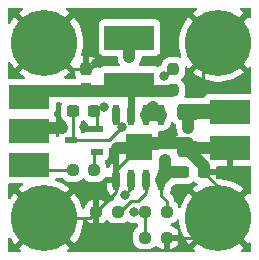
<source format=gbr>
%TF.GenerationSoftware,KiCad,Pcbnew,(6.0.6-0)*%
%TF.CreationDate,2022-09-05T22:58:31-07:00*%
%TF.ProjectId,5V converter,35562063-6f6e-4766-9572-7465722e6b69,rev?*%
%TF.SameCoordinates,Original*%
%TF.FileFunction,Copper,L1,Top*%
%TF.FilePolarity,Positive*%
%FSLAX46Y46*%
G04 Gerber Fmt 4.6, Leading zero omitted, Abs format (unit mm)*
G04 Created by KiCad (PCBNEW (6.0.6-0)) date 2022-09-05 22:58:31*
%MOMM*%
%LPD*%
G01*
G04 APERTURE LIST*
G04 Aperture macros list*
%AMRoundRect*
0 Rectangle with rounded corners*
0 $1 Rounding radius*
0 $2 $3 $4 $5 $6 $7 $8 $9 X,Y pos of 4 corners*
0 Add a 4 corners polygon primitive as box body*
4,1,4,$2,$3,$4,$5,$6,$7,$8,$9,$2,$3,0*
0 Add four circle primitives for the rounded corners*
1,1,$1+$1,$2,$3*
1,1,$1+$1,$4,$5*
1,1,$1+$1,$6,$7*
1,1,$1+$1,$8,$9*
0 Add four rect primitives between the rounded corners*
20,1,$1+$1,$2,$3,$4,$5,0*
20,1,$1+$1,$4,$5,$6,$7,0*
20,1,$1+$1,$6,$7,$8,$9,0*
20,1,$1+$1,$8,$9,$2,$3,0*%
G04 Aperture macros list end*
%TA.AperFunction,SMDPad,CuDef*%
%ADD10R,3.500000X2.000000*%
%TD*%
%TA.AperFunction,ComponentPad*%
%ADD11C,5.600000*%
%TD*%
%TA.AperFunction,SMDPad,CuDef*%
%ADD12O,0.600000X1.800000*%
%TD*%
%TA.AperFunction,SMDPad,CuDef*%
%ADD13R,2.289992X2.289992*%
%TD*%
%TA.AperFunction,SMDPad,CuDef*%
%ADD14R,1.037490X0.532004*%
%TD*%
%TA.AperFunction,SMDPad,CuDef*%
%ADD15RoundRect,0.237500X0.250000X0.237500X-0.250000X0.237500X-0.250000X-0.237500X0.250000X-0.237500X0*%
%TD*%
%TA.AperFunction,SMDPad,CuDef*%
%ADD16RoundRect,0.237500X-0.250000X-0.237500X0.250000X-0.237500X0.250000X0.237500X-0.250000X0.237500X0*%
%TD*%
%TA.AperFunction,SMDPad,CuDef*%
%ADD17RoundRect,0.237500X0.237500X-0.250000X0.237500X0.250000X-0.237500X0.250000X-0.237500X-0.250000X0*%
%TD*%
%TA.AperFunction,SMDPad,CuDef*%
%ADD18R,4.220015X2.124003*%
%TD*%
%TA.AperFunction,SMDPad,CuDef*%
%ADD19RoundRect,0.250000X-0.650000X0.412500X-0.650000X-0.412500X0.650000X-0.412500X0.650000X0.412500X0*%
%TD*%
%TA.AperFunction,SMDPad,CuDef*%
%ADD20RoundRect,0.237500X-0.300000X-0.237500X0.300000X-0.237500X0.300000X0.237500X-0.300000X0.237500X0*%
%TD*%
%TA.AperFunction,SMDPad,CuDef*%
%ADD21RoundRect,0.237500X0.237500X-0.300000X0.237500X0.300000X-0.237500X0.300000X-0.237500X-0.300000X0*%
%TD*%
%TA.AperFunction,ViaPad*%
%ADD22C,0.800000*%
%TD*%
%TA.AperFunction,Conductor*%
%ADD23C,1.000000*%
%TD*%
%TA.AperFunction,Conductor*%
%ADD24C,0.250000*%
%TD*%
%TA.AperFunction,Conductor*%
%ADD25C,1.300000*%
%TD*%
%TA.AperFunction,Conductor*%
%ADD26C,0.600000*%
%TD*%
G04 APERTURE END LIST*
D10*
%TO.P,P5,1*%
%TO.N,GND*%
X109067600Y-60096400D03*
%TD*%
%TO.P,P4,1*%
%TO.N,GND*%
X92049600Y-58648600D03*
%TD*%
%TO.P,P3,1*%
%TO.N,VBUS*%
X92049600Y-61544200D03*
%TD*%
%TO.P,P2,1*%
%TO.N,VOUT*%
X109067600Y-57023000D03*
%TD*%
%TO.P,P1,1*%
%TO.N,VIN*%
X92049600Y-55753000D03*
%TD*%
D11*
%TO.P,H4,1,1*%
%TO.N,GND*%
X108051600Y-51174850D03*
%TD*%
%TO.P,H3,1,1*%
%TO.N,GND*%
X108051600Y-66059250D03*
%TD*%
%TO.P,H2,1,1*%
%TO.N,GND*%
X93319600Y-66059250D03*
%TD*%
%TO.P,H1,1,1*%
%TO.N,GND*%
X93319600Y-51174850D03*
%TD*%
D12*
%TO.P,U2,1,LX*%
%TO.N,Net-(L1-Pad2)*%
X103228798Y-57282687D03*
%TO.P,U2,2,LX*%
X101958795Y-57282687D03*
%TO.P,U2,3,VIN*%
%TO.N,VIN*%
X100688793Y-57282687D03*
%TO.P,U2,4,EN*%
%TO.N,Net-(C2-Pad1)*%
X99418790Y-57282687D03*
%TO.P,U2,5,GND*%
%TO.N,GND*%
X99418790Y-62827519D03*
%TO.P,U2,6,FB*%
%TO.N,Net-(R4-Pad1)*%
X100688793Y-62827519D03*
%TO.P,U2,7,OC*%
%TO.N,Net-(R3-Pad1)*%
X101958795Y-62827519D03*
%TO.P,U2,8,VO*%
%TO.N,VOUT*%
X103228798Y-62827519D03*
D13*
%TO.P,U2,9,EP*%
%TO.N,GND*%
X101323794Y-60055103D03*
%TD*%
D14*
%TO.P,U1,1,B*%
%TO.N,Net-(R1-Pad2)*%
X97773746Y-60405212D03*
%TO.P,U1,2,E*%
%TO.N,GND*%
X97773746Y-58505288D03*
%TO.P,U1,3,C*%
%TO.N,Net-(C2-Pad1)*%
X95571054Y-59455250D03*
%TD*%
D15*
%TO.P,R5,2*%
%TO.N,Net-(R4-Pad1)*%
X101855900Y-67684850D03*
%TO.P,R5,1*%
%TO.N,GND*%
X103680900Y-67684850D03*
%TD*%
D16*
%TO.P,R4,2*%
%TO.N,VOUT*%
X103680900Y-65500450D03*
%TO.P,R4,1*%
%TO.N,Net-(R4-Pad1)*%
X101855900Y-65500450D03*
%TD*%
D15*
%TO.P,R3,2*%
%TO.N,GND*%
X97741100Y-65500450D03*
%TO.P,R3,1*%
%TO.N,Net-(R3-Pad1)*%
X99566100Y-65500450D03*
%TD*%
D17*
%TO.P,R2,1*%
%TO.N,VIN*%
X104241600Y-55218150D03*
%TO.P,R2,2*%
%TO.N,Net-(C2-Pad1)*%
X104241600Y-53393150D03*
%TD*%
D16*
%TO.P,R1,1*%
%TO.N,VBUS*%
X95722486Y-61970853D03*
%TO.P,R1,2*%
%TO.N,Net-(R1-Pad2)*%
X97547486Y-61970853D03*
%TD*%
D18*
%TO.P,L1,1,1*%
%TO.N,VIN*%
X100533200Y-54749650D03*
%TO.P,L1,2,2*%
%TO.N,Net-(L1-Pad2)*%
X100533200Y-50749650D03*
%TD*%
D19*
%TO.P,C4,1*%
%TO.N,VOUT*%
X105511600Y-57029150D03*
%TO.P,C4,2*%
%TO.N,GND*%
X105511600Y-60154150D03*
%TD*%
D20*
%TO.P,C3,1*%
%TO.N,VOUT*%
X105106300Y-62147650D03*
%TO.P,C3,2*%
%TO.N,GND*%
X106831300Y-62147650D03*
%TD*%
%TO.P,C2,1*%
%TO.N,Net-(C2-Pad1)*%
X95772486Y-56966050D03*
%TO.P,C2,2*%
%TO.N,GND*%
X97497486Y-56966050D03*
%TD*%
D21*
%TO.P,C1,1*%
%TO.N,VIN*%
X96875600Y-55117350D03*
%TO.P,C1,2*%
%TO.N,GND*%
X96875600Y-53392350D03*
%TD*%
D22*
%TO.N,GND*%
X106730800Y-54680050D03*
X98399600Y-56610450D03*
X97688400Y-52902050D03*
X99517200Y-60064850D03*
X94843600Y-58439250D03*
X96672400Y-58337650D03*
%TO.N,VOUT*%
X105511600Y-58388450D03*
X103530400Y-61080850D03*
%TO.N,Net-(R4-Pad1)*%
X100126800Y-64078050D03*
X100939600Y-65551250D03*
%TO.N,Net-(C2-Pad1)*%
X99905898Y-58325605D03*
X103428800Y-54019650D03*
%TO.N,Net-(L1-Pad2)*%
X102565200Y-56661250D03*
X100533200Y-52394050D03*
%TD*%
D23*
%TO.N,GND*%
X94843600Y-58439250D02*
X92659200Y-58439250D01*
D24*
%TO.N,Net-(C2-Pad1)*%
X95571054Y-59455250D02*
X95758000Y-59268304D01*
X95758000Y-59268304D02*
X95758000Y-56980536D01*
X95758000Y-56980536D02*
X95772486Y-56966050D01*
%TO.N,GND*%
X106730800Y-52495650D02*
X106730800Y-54680050D01*
X108051600Y-51174850D02*
X106730800Y-52495650D01*
X97198100Y-53392350D02*
X97688400Y-52902050D01*
X96875600Y-53392350D02*
X97198100Y-53392350D01*
X98399600Y-56610450D02*
X97853086Y-56610450D01*
X97853086Y-56610450D02*
X97497486Y-56966050D01*
D23*
X99517200Y-60064850D02*
X101314047Y-60064850D01*
X101314047Y-60064850D02*
X101323794Y-60055103D01*
X101323794Y-60055103D02*
X101720447Y-59658450D01*
X101720447Y-59658450D02*
X105460800Y-59658450D01*
D24*
X105460800Y-60103350D02*
X105511600Y-60154150D01*
X105460800Y-59658450D02*
X105460800Y-60103350D01*
X96840038Y-58505288D02*
X96672400Y-58337650D01*
X92659200Y-58439250D02*
X92456000Y-58642450D01*
X97773746Y-58505288D02*
X96840038Y-58505288D01*
X108051600Y-66059250D02*
X108051600Y-63367950D01*
X108051600Y-63367950D02*
X106831300Y-62147650D01*
X105511600Y-60154150D02*
X105600900Y-60064850D01*
D23*
X105600900Y-60064850D02*
X108864400Y-60064850D01*
D24*
X105511600Y-60154150D02*
X105511600Y-60268050D01*
D23*
X105511600Y-60268050D02*
X106831300Y-61587750D01*
X106831300Y-61587750D02*
X106831300Y-62147650D01*
%TO.N,VOUT*%
X103530400Y-61769383D02*
X103530400Y-61080850D01*
X103908667Y-62147650D02*
X103530400Y-61769383D01*
X105511600Y-58388450D02*
X105511600Y-57029150D01*
X105106300Y-62147650D02*
X103908667Y-62147650D01*
X103908667Y-62147650D02*
X103228798Y-62827519D01*
D24*
%TO.N,GND*%
X99418790Y-62827519D02*
X99418790Y-61960107D01*
X99418790Y-61960107D02*
X101323794Y-60055103D01*
X97741100Y-65500450D02*
X99418790Y-63822760D01*
X99418790Y-63822760D02*
X99418790Y-62827519D01*
X97741100Y-65500450D02*
X97182300Y-66059250D01*
X97182300Y-66059250D02*
X93319600Y-66059250D01*
X103680900Y-67684850D02*
X106426000Y-67684850D01*
X106426000Y-67684850D02*
X108051600Y-66059250D01*
%TO.N,VOUT*%
X103680900Y-65500450D02*
X103680900Y-64584150D01*
X103228798Y-64132048D02*
X103228798Y-62827519D01*
X103680900Y-64584150D02*
X103228798Y-64132048D01*
%TO.N,Net-(R3-Pad1)*%
X99566100Y-65500450D02*
X99771200Y-65500450D01*
X99771200Y-65500450D02*
X100685600Y-64586050D01*
X100685600Y-64586050D02*
X101295200Y-64586050D01*
X101295200Y-64586050D02*
X101958795Y-63922455D01*
X101958795Y-63922455D02*
X101958795Y-62827519D01*
%TO.N,Net-(R4-Pad1)*%
X100126800Y-64078050D02*
X100688793Y-63516057D01*
X100688793Y-63516057D02*
X100688793Y-62827519D01*
X100990400Y-65500450D02*
X100939600Y-65551250D01*
X101855900Y-65500450D02*
X100990400Y-65500450D01*
X101855900Y-65500450D02*
X101855900Y-67684850D01*
%TO.N,Net-(C2-Pad1)*%
X95571054Y-59455250D02*
X98776253Y-59455250D01*
X98776253Y-59455250D02*
X99905898Y-58325605D01*
%TO.N,GND*%
X97773746Y-58505288D02*
X97773746Y-57242310D01*
X97773746Y-57242310D02*
X97497486Y-56966050D01*
%TO.N,Net-(R1-Pad2)*%
X97547486Y-61970853D02*
X97547486Y-60631472D01*
X97547486Y-60631472D02*
X97773746Y-60405212D01*
%TO.N,VBUS*%
X95722486Y-61970853D02*
X92888803Y-61970853D01*
X92888803Y-61970853D02*
X92456000Y-61538050D01*
%TO.N,Net-(C2-Pad1)*%
X99905898Y-58325605D02*
X99418790Y-57838497D01*
X99418790Y-57838497D02*
X99418790Y-57282687D01*
X104241600Y-53393150D02*
X104055300Y-53393150D01*
X104055300Y-53393150D02*
X103428800Y-54019650D01*
D23*
%TO.N,Net-(L1-Pad2)*%
X100533200Y-52394050D02*
X100533200Y-50749650D01*
X101958795Y-57267655D02*
X102565200Y-56661250D01*
X101958795Y-57282687D02*
X101958795Y-57267655D01*
X101958795Y-57282687D02*
X103228798Y-57282687D01*
D24*
%TO.N,GND*%
X96875600Y-53392350D02*
X95537100Y-53392350D01*
X95537100Y-53392350D02*
X93319600Y-51174850D01*
%TO.N,VOUT*%
X105511600Y-57029150D02*
X105549300Y-56991450D01*
D25*
X105549300Y-56991450D02*
X108864400Y-56991450D01*
D23*
%TO.N,VIN*%
X104160700Y-55238850D02*
X101022400Y-55238850D01*
X101022400Y-55238850D02*
X100971600Y-55188050D01*
D24*
X104241600Y-55218150D02*
X104211500Y-55188050D01*
X100971600Y-55188050D02*
X100533200Y-54749650D01*
X96875600Y-55117350D02*
X96997100Y-55238850D01*
D23*
X96997100Y-55238850D02*
X100044000Y-55238850D01*
D24*
X100044000Y-55238850D02*
X100533200Y-54749650D01*
D23*
X96804900Y-55188050D02*
X96754100Y-55238850D01*
X96754100Y-55238850D02*
X93065600Y-55238850D01*
D24*
X96875600Y-55117350D02*
X96804900Y-55188050D01*
X93014800Y-55188050D02*
X92456000Y-55746850D01*
D26*
X100688793Y-57282687D02*
X100688793Y-54905243D01*
D24*
X100688793Y-54905243D02*
X100533200Y-54749650D01*
%TD*%
%TA.AperFunction,Conductor*%
%TO.N,GND*%
G36*
X104251680Y-57900573D02*
G01*
X104256629Y-57906441D01*
X104259270Y-57909773D01*
X104263122Y-57915998D01*
X104388297Y-58040955D01*
X104394525Y-58044794D01*
X104394530Y-58044798D01*
X104443217Y-58074809D01*
X104490710Y-58127581D01*
X104503100Y-58182068D01*
X104503100Y-58438219D01*
X104503400Y-58441275D01*
X104503400Y-58441282D01*
X104504130Y-58448723D01*
X104517520Y-58585283D01*
X104519302Y-58591184D01*
X104519302Y-58591186D01*
X104536805Y-58649158D01*
X104574684Y-58774619D01*
X104577576Y-58780058D01*
X104623813Y-58867018D01*
X104638132Y-58936555D01*
X104612584Y-59002796D01*
X104552440Y-59045694D01*
X104544817Y-59048237D01*
X104531638Y-59054411D01*
X104393793Y-59139713D01*
X104382392Y-59148749D01*
X104267861Y-59263479D01*
X104258849Y-59274890D01*
X104173784Y-59412893D01*
X104167637Y-59426074D01*
X104116462Y-59580360D01*
X104113595Y-59593736D01*
X104103928Y-59688088D01*
X104103600Y-59694504D01*
X104103601Y-60033534D01*
X104083599Y-60101654D01*
X104029944Y-60148147D01*
X103959670Y-60158252D01*
X103928777Y-60149690D01*
X103928519Y-60149582D01*
X103923101Y-60146652D01*
X103734168Y-60088168D01*
X103728043Y-60087524D01*
X103728042Y-60087524D01*
X103543604Y-60068139D01*
X103543602Y-60068139D01*
X103537475Y-60067495D01*
X103454976Y-60075003D01*
X103346651Y-60084861D01*
X103346648Y-60084862D01*
X103340512Y-60085420D01*
X103334606Y-60087158D01*
X103334602Y-60087159D01*
X103261235Y-60108752D01*
X103150781Y-60141260D01*
X103145323Y-60144113D01*
X103145319Y-60144115D01*
X103049535Y-60194190D01*
X102975510Y-60232890D01*
X102970712Y-60236748D01*
X102970710Y-60236749D01*
X102915300Y-60281300D01*
X102849678Y-60308396D01*
X102836348Y-60309103D01*
X99688914Y-60309103D01*
X99673675Y-60313578D01*
X99672470Y-60314968D01*
X99670799Y-60322651D01*
X99670799Y-61244768D01*
X99671169Y-61251589D01*
X99676693Y-61302451D01*
X99680319Y-61317703D01*
X99690956Y-61346077D01*
X99696139Y-61416885D01*
X99684451Y-61449035D01*
X99672790Y-61471170D01*
X99672790Y-62955519D01*
X99652788Y-63023640D01*
X99599132Y-63070133D01*
X99546790Y-63081519D01*
X98628905Y-63081519D01*
X98613666Y-63085994D01*
X98612461Y-63087384D01*
X98610790Y-63095067D01*
X98610790Y-63469579D01*
X98611183Y-63476603D01*
X98625098Y-63600664D01*
X98628200Y-63614317D01*
X98683180Y-63772197D01*
X98689232Y-63784830D01*
X98777826Y-63926607D01*
X98786523Y-63937581D01*
X98904327Y-64056211D01*
X98915236Y-64064982D01*
X99056402Y-64154569D01*
X99068979Y-64160702D01*
X99156928Y-64192020D01*
X99214392Y-64233715D01*
X99234494Y-64271782D01*
X99264620Y-64364500D01*
X99266648Y-64435464D01*
X99229986Y-64496262D01*
X99171386Y-64526594D01*
X99169356Y-64527032D01*
X99162507Y-64527743D01*
X99155977Y-64529922D01*
X99155975Y-64529922D01*
X99038380Y-64569155D01*
X98997493Y-64582796D01*
X98849569Y-64674334D01*
X98742499Y-64781591D01*
X98680218Y-64815670D01*
X98609398Y-64810667D01*
X98564309Y-64781746D01*
X98461471Y-64679087D01*
X98450060Y-64670075D01*
X98314537Y-64586538D01*
X98301359Y-64580394D01*
X98149834Y-64530135D01*
X98136468Y-64527269D01*
X98043830Y-64517778D01*
X98037415Y-64517450D01*
X98013215Y-64517450D01*
X97997976Y-64521925D01*
X97996771Y-64523315D01*
X97995100Y-64530998D01*
X97995100Y-66465335D01*
X97999575Y-66480574D01*
X98000965Y-66481779D01*
X98008648Y-66483450D01*
X98037366Y-66483450D01*
X98043882Y-66483113D01*
X98137732Y-66473375D01*
X98151128Y-66470482D01*
X98302553Y-66419962D01*
X98315715Y-66413797D01*
X98451092Y-66330024D01*
X98462490Y-66320990D01*
X98563993Y-66219310D01*
X98626276Y-66185231D01*
X98697096Y-66190234D01*
X98742183Y-66219154D01*
X98850597Y-66327379D01*
X98856827Y-66331219D01*
X98856828Y-66331220D01*
X98874914Y-66342368D01*
X98998680Y-66418659D01*
X99163791Y-66473424D01*
X99170627Y-66474124D01*
X99170630Y-66474125D01*
X99217970Y-66478975D01*
X99266528Y-66483950D01*
X99865672Y-66483950D01*
X99868918Y-66483613D01*
X99868922Y-66483613D01*
X99962835Y-66473869D01*
X99962839Y-66473868D01*
X99969693Y-66473157D01*
X99976229Y-66470976D01*
X99976231Y-66470976D01*
X100124780Y-66421416D01*
X100134707Y-66418104D01*
X100166766Y-66398265D01*
X100276404Y-66330420D01*
X100276408Y-66330417D01*
X100282631Y-66326566D01*
X100287803Y-66321384D01*
X100292322Y-66317803D01*
X100358132Y-66291166D01*
X100427896Y-66304337D01*
X100444640Y-66314608D01*
X100482848Y-66342368D01*
X100488876Y-66345052D01*
X100488878Y-66345053D01*
X100643281Y-66413797D01*
X100657312Y-66420044D01*
X100750712Y-66439897D01*
X100837656Y-66458378D01*
X100837661Y-66458378D01*
X100844113Y-66459750D01*
X101035087Y-66459750D01*
X101046890Y-66457241D01*
X101070204Y-66452286D01*
X101140994Y-66457688D01*
X101197627Y-66500505D01*
X101222120Y-66567143D01*
X101222400Y-66575533D01*
X101222400Y-66737151D01*
X101202398Y-66805272D01*
X101162702Y-66844295D01*
X101139369Y-66858734D01*
X101134196Y-66863916D01*
X101021642Y-66976666D01*
X101021638Y-66976671D01*
X101016471Y-66981847D01*
X100925191Y-67129930D01*
X100870426Y-67295041D01*
X100859900Y-67397778D01*
X100859900Y-67971922D01*
X100860237Y-67975168D01*
X100860237Y-67975172D01*
X100869840Y-68067718D01*
X100870693Y-68075943D01*
X100872874Y-68082479D01*
X100872874Y-68082481D01*
X100892474Y-68141230D01*
X100925746Y-68240957D01*
X101017284Y-68388881D01*
X101022466Y-68394054D01*
X101135216Y-68506608D01*
X101135221Y-68506612D01*
X101140397Y-68511779D01*
X101146627Y-68515619D01*
X101146628Y-68515620D01*
X101282056Y-68599099D01*
X101288480Y-68603059D01*
X101453591Y-68657824D01*
X101460427Y-68658524D01*
X101460430Y-68658525D01*
X101507770Y-68663375D01*
X101556328Y-68668350D01*
X102155472Y-68668350D01*
X102158718Y-68668013D01*
X102158722Y-68668013D01*
X102252635Y-68658269D01*
X102252639Y-68658268D01*
X102259493Y-68657557D01*
X102266029Y-68655376D01*
X102266031Y-68655376D01*
X102398795Y-68611082D01*
X102424507Y-68602504D01*
X102572431Y-68510966D01*
X102679501Y-68403709D01*
X102741782Y-68369630D01*
X102812602Y-68374633D01*
X102857691Y-68403554D01*
X102960529Y-68506213D01*
X102971940Y-68515225D01*
X103107463Y-68598762D01*
X103120641Y-68604906D01*
X103272166Y-68655165D01*
X103285532Y-68658031D01*
X103378170Y-68667522D01*
X103384585Y-68667850D01*
X103408785Y-68667850D01*
X103424024Y-68663375D01*
X103425229Y-68661985D01*
X103426900Y-68654302D01*
X103426900Y-68649735D01*
X103934900Y-68649735D01*
X103939375Y-68664974D01*
X103940765Y-68666179D01*
X103948448Y-68667850D01*
X103977166Y-68667850D01*
X103983682Y-68667513D01*
X104077532Y-68657775D01*
X104090928Y-68654882D01*
X104242353Y-68604362D01*
X104255515Y-68598197D01*
X104390892Y-68514424D01*
X104402290Y-68505390D01*
X104514763Y-68392721D01*
X104523775Y-68381310D01*
X104607312Y-68245787D01*
X104613456Y-68232609D01*
X104663715Y-68081084D01*
X104666581Y-68067718D01*
X104676072Y-67975080D01*
X104676400Y-67968665D01*
X104676400Y-67956965D01*
X104671925Y-67941726D01*
X104670535Y-67940521D01*
X104662852Y-67938850D01*
X103953015Y-67938850D01*
X103937776Y-67943325D01*
X103936571Y-67944715D01*
X103934900Y-67952398D01*
X103934900Y-68649735D01*
X103426900Y-68649735D01*
X103426900Y-67556850D01*
X103446902Y-67488729D01*
X103500558Y-67442236D01*
X103552900Y-67430850D01*
X104658285Y-67430850D01*
X104673524Y-67426375D01*
X104674729Y-67424985D01*
X104676400Y-67417302D01*
X104676400Y-67401084D01*
X104676063Y-67394568D01*
X104666325Y-67300718D01*
X104663432Y-67287322D01*
X104612912Y-67135897D01*
X104606747Y-67122735D01*
X104522974Y-66987358D01*
X104513940Y-66975960D01*
X104401271Y-66863487D01*
X104389860Y-66854475D01*
X104254337Y-66770938D01*
X104241162Y-66764795D01*
X104083560Y-66712520D01*
X104025201Y-66672089D01*
X103997964Y-66606525D01*
X104010498Y-66536643D01*
X104058822Y-66484631D01*
X104084902Y-66474383D01*
X104084493Y-66473157D01*
X104159451Y-66448149D01*
X104249507Y-66418104D01*
X104397431Y-66326566D01*
X104520329Y-66203453D01*
X104524170Y-66197221D01*
X104525183Y-66195939D01*
X104583100Y-66154876D01*
X104654023Y-66151644D01*
X104715435Y-66187269D01*
X104747837Y-66250440D01*
X104749904Y-66267656D01*
X104756717Y-66402143D01*
X104757427Y-66408899D01*
X104813020Y-66755973D01*
X104814459Y-66762628D01*
X104907208Y-67101660D01*
X104909357Y-67108121D01*
X105038181Y-67435162D01*
X105041012Y-67441345D01*
X105204403Y-67752560D01*
X105207886Y-67758402D01*
X105403930Y-68050146D01*
X105408033Y-68055590D01*
X105528025Y-68198086D01*
X105540764Y-68206529D01*
X105551208Y-68200431D01*
X107679580Y-66072060D01*
X107687192Y-66058119D01*
X107687061Y-66056284D01*
X107682810Y-66049670D01*
X105552592Y-63919453D01*
X105539055Y-63912061D01*
X105529353Y-63918849D01*
X105422030Y-64044507D01*
X105417896Y-64049914D01*
X105219815Y-64340291D01*
X105216297Y-64346101D01*
X105050734Y-64656172D01*
X105047859Y-64662337D01*
X104916755Y-64988468D01*
X104914562Y-64994908D01*
X104894494Y-65066302D01*
X104856804Y-65126469D01*
X104792569Y-65156708D01*
X104722183Y-65147418D01*
X104667993Y-65101549D01*
X104653671Y-65072082D01*
X104613372Y-64951291D01*
X104611054Y-64944343D01*
X104519516Y-64796419D01*
X104396403Y-64673521D01*
X104374283Y-64659886D01*
X104326791Y-64607115D01*
X104314400Y-64552627D01*
X104314400Y-64544294D01*
X104313896Y-64540303D01*
X104312963Y-64528461D01*
X104312941Y-64527743D01*
X104311574Y-64484261D01*
X104309362Y-64476647D01*
X104309361Y-64476642D01*
X104305923Y-64464809D01*
X104301912Y-64445445D01*
X104300367Y-64433214D01*
X104299374Y-64425353D01*
X104296457Y-64417986D01*
X104296456Y-64417981D01*
X104283098Y-64384242D01*
X104279254Y-64373015D01*
X104269130Y-64338172D01*
X104266918Y-64330557D01*
X104256607Y-64313122D01*
X104247912Y-64295374D01*
X104240452Y-64276533D01*
X104214464Y-64240763D01*
X104207948Y-64230843D01*
X104189480Y-64199615D01*
X104189478Y-64199612D01*
X104185442Y-64192788D01*
X104171121Y-64178467D01*
X104158280Y-64163433D01*
X104151032Y-64153457D01*
X104146372Y-64147043D01*
X104112301Y-64118857D01*
X104103522Y-64110868D01*
X103960626Y-63967972D01*
X103926600Y-63905660D01*
X103931665Y-63834845D01*
X103943809Y-63810623D01*
X103953745Y-63795205D01*
X103957563Y-63789281D01*
X104019601Y-63618834D01*
X104020484Y-63611845D01*
X104036735Y-63483209D01*
X104065117Y-63418133D01*
X104072645Y-63409907D01*
X104289496Y-63193055D01*
X104351808Y-63159030D01*
X104378592Y-63156150D01*
X105156069Y-63156150D01*
X105159125Y-63155850D01*
X105159132Y-63155850D01*
X105217640Y-63150113D01*
X105303133Y-63141730D01*
X105309032Y-63139949D01*
X105309037Y-63139948D01*
X105320363Y-63136528D01*
X105356781Y-63131150D01*
X105455872Y-63131150D01*
X105459118Y-63130813D01*
X105459122Y-63130813D01*
X105553035Y-63121069D01*
X105553039Y-63121068D01*
X105559893Y-63120357D01*
X105566429Y-63118176D01*
X105566431Y-63118176D01*
X105717959Y-63067622D01*
X105724907Y-63065304D01*
X105872831Y-62973766D01*
X105880074Y-62966511D01*
X105881838Y-62965545D01*
X105883741Y-62964037D01*
X105883999Y-62964363D01*
X105942354Y-62932431D01*
X106013175Y-62937432D01*
X106058270Y-62966358D01*
X106060931Y-62969014D01*
X106072340Y-62978025D01*
X106207860Y-63061560D01*
X106223618Y-63068908D01*
X106276903Y-63115825D01*
X106296364Y-63184102D01*
X106275822Y-63252062D01*
X106235074Y-63291219D01*
X106202001Y-63311013D01*
X106196355Y-63314821D01*
X105916008Y-63526846D01*
X105910811Y-63531237D01*
X105909572Y-63532405D01*
X105901550Y-63546112D01*
X105901586Y-63546954D01*
X105906637Y-63555076D01*
X108038790Y-65687230D01*
X108052731Y-65694842D01*
X108054566Y-65694711D01*
X108061180Y-65690460D01*
X110194398Y-63557241D01*
X110202012Y-63543297D01*
X110201944Y-63542339D01*
X110197436Y-63535522D01*
X110196018Y-63534315D01*
X109916413Y-63321314D01*
X109910787Y-63317490D01*
X109609814Y-63135931D01*
X109603802Y-63132734D01*
X109284970Y-62984737D01*
X109278670Y-62982217D01*
X108945729Y-62869523D01*
X108939151Y-62867687D01*
X108596017Y-62791617D01*
X108589278Y-62790501D01*
X108239910Y-62751930D01*
X108233129Y-62751551D01*
X107969710Y-62751091D01*
X107901624Y-62730970D01*
X107855225Y-62677233D01*
X107845244Y-62606942D01*
X107850337Y-62585424D01*
X107864115Y-62543885D01*
X107866981Y-62530518D01*
X107876472Y-62437880D01*
X107876800Y-62431465D01*
X107876800Y-62419765D01*
X107872325Y-62404526D01*
X107870935Y-62403321D01*
X107863252Y-62401650D01*
X106703300Y-62401650D01*
X106635179Y-62381648D01*
X106588686Y-62327992D01*
X106577300Y-62275650D01*
X106577300Y-62019650D01*
X106597302Y-61951529D01*
X106650958Y-61905036D01*
X106703300Y-61893650D01*
X107858685Y-61893650D01*
X107873924Y-61889175D01*
X107875129Y-61887785D01*
X107876800Y-61880102D01*
X107876800Y-61863884D01*
X107876463Y-61857368D01*
X107866724Y-61763517D01*
X107865317Y-61757000D01*
X107870487Y-61686192D01*
X107913118Y-61629419D01*
X107979675Y-61604708D01*
X107988477Y-61604400D01*
X108795485Y-61604400D01*
X108810724Y-61599925D01*
X108811929Y-61598535D01*
X108813600Y-61590852D01*
X108813600Y-60368515D01*
X108809125Y-60353276D01*
X108807735Y-60352071D01*
X108800052Y-60350400D01*
X106977715Y-60350400D01*
X106962476Y-60354875D01*
X106953994Y-60364663D01*
X106894268Y-60403046D01*
X106858770Y-60408150D01*
X105383600Y-60408150D01*
X105315479Y-60388148D01*
X105268986Y-60334492D01*
X105257600Y-60282150D01*
X105257600Y-60026150D01*
X105277602Y-59958029D01*
X105331258Y-59911536D01*
X105383600Y-59900150D01*
X106751485Y-59900150D01*
X106766724Y-59895675D01*
X106775206Y-59885887D01*
X106834932Y-59847504D01*
X106870430Y-59842400D01*
X109195600Y-59842400D01*
X109263721Y-59862402D01*
X109310214Y-59916058D01*
X109321600Y-59968400D01*
X109321600Y-61586285D01*
X109326075Y-61601524D01*
X109327465Y-61602729D01*
X109335148Y-61604400D01*
X110719100Y-61604399D01*
X110787221Y-61624401D01*
X110833714Y-61678057D01*
X110845100Y-61730399D01*
X110845100Y-63895343D01*
X110825098Y-63963464D01*
X110771442Y-64009957D01*
X110701168Y-64020061D01*
X110636588Y-63990567D01*
X110623004Y-63976839D01*
X110575164Y-63920429D01*
X110562340Y-63911993D01*
X110552016Y-63918045D01*
X108423620Y-66046440D01*
X108416008Y-66060381D01*
X108416139Y-66062216D01*
X108420390Y-66068830D01*
X110550609Y-68199048D01*
X110564205Y-68206473D01*
X110573816Y-68199773D01*
X110623575Y-68141924D01*
X110683161Y-68103323D01*
X110754157Y-68103064D01*
X110814023Y-68141230D01*
X110843751Y-68205703D01*
X110845100Y-68224089D01*
X110845100Y-68809100D01*
X110825098Y-68877221D01*
X110771442Y-68923714D01*
X110719100Y-68935100D01*
X110108489Y-68935100D01*
X110040368Y-68915098D01*
X109993875Y-68861442D01*
X109983771Y-68791168D01*
X110013265Y-68726588D01*
X110032836Y-68708340D01*
X110178333Y-68599099D01*
X110183558Y-68594714D01*
X110193213Y-68585678D01*
X110201282Y-68572000D01*
X110201254Y-68571274D01*
X110196112Y-68562973D01*
X108064410Y-66431270D01*
X108050469Y-66423658D01*
X108048634Y-66423789D01*
X108042020Y-66428040D01*
X105908374Y-68561687D01*
X105900760Y-68575631D01*
X105900837Y-68576720D01*
X105903298Y-68580457D01*
X106070998Y-68709138D01*
X106112865Y-68766476D01*
X106117087Y-68837347D01*
X106082323Y-68899250D01*
X106019610Y-68932531D01*
X105994294Y-68935100D01*
X95376489Y-68935100D01*
X95308368Y-68915098D01*
X95261875Y-68861442D01*
X95251771Y-68791168D01*
X95281265Y-68726588D01*
X95300836Y-68708340D01*
X95446333Y-68599099D01*
X95451558Y-68594714D01*
X95461213Y-68585678D01*
X95469282Y-68572000D01*
X95469254Y-68571274D01*
X95464112Y-68562973D01*
X93332410Y-66431270D01*
X93318469Y-66423658D01*
X93316634Y-66423789D01*
X93310020Y-66428040D01*
X91176374Y-68561687D01*
X91168760Y-68575631D01*
X91168837Y-68576720D01*
X91171298Y-68580457D01*
X91338998Y-68709138D01*
X91380865Y-68766476D01*
X91385087Y-68837347D01*
X91350323Y-68899250D01*
X91287610Y-68932531D01*
X91262294Y-68935100D01*
X90347300Y-68935100D01*
X90279179Y-68915098D01*
X90232686Y-68861442D01*
X90221300Y-68809100D01*
X90221300Y-67785333D01*
X90241302Y-67717212D01*
X90294958Y-67670719D01*
X90365232Y-67660615D01*
X90429812Y-67690109D01*
X90458860Y-67726763D01*
X90472404Y-67752560D01*
X90475886Y-67758402D01*
X90671930Y-68050146D01*
X90676033Y-68055590D01*
X90796025Y-68198086D01*
X90808764Y-68206529D01*
X90819208Y-68200431D01*
X92947580Y-66072060D01*
X92953957Y-66060381D01*
X93684008Y-66060381D01*
X93684139Y-66062216D01*
X93688390Y-66068830D01*
X95818609Y-68199048D01*
X95832205Y-68206473D01*
X95841818Y-68199772D01*
X95942118Y-68083162D01*
X95946276Y-68077764D01*
X96145362Y-67788090D01*
X96148910Y-67782279D01*
X96315542Y-67472809D01*
X96318449Y-67466631D01*
X96450690Y-67140963D01*
X96452904Y-67134533D01*
X96549198Y-66796487D01*
X96550705Y-66789857D01*
X96609932Y-66443368D01*
X96610712Y-66436628D01*
X96625718Y-66191269D01*
X96649841Y-66124496D01*
X96706235Y-66081366D01*
X96776995Y-66075571D01*
X96839655Y-66108951D01*
X96858627Y-66132658D01*
X96899025Y-66197940D01*
X96908060Y-66209340D01*
X97020729Y-66321813D01*
X97032140Y-66330825D01*
X97167663Y-66414362D01*
X97180841Y-66420506D01*
X97332366Y-66470765D01*
X97345732Y-66473631D01*
X97438370Y-66483122D01*
X97444785Y-66483450D01*
X97468985Y-66483450D01*
X97484224Y-66478975D01*
X97485429Y-66477585D01*
X97487100Y-66469902D01*
X97487100Y-64535565D01*
X97482625Y-64520326D01*
X97481235Y-64519121D01*
X97473552Y-64517450D01*
X97444834Y-64517450D01*
X97438318Y-64517787D01*
X97344468Y-64527525D01*
X97331072Y-64530418D01*
X97179647Y-64580938D01*
X97166485Y-64587103D01*
X97031108Y-64670876D01*
X97019710Y-64679910D01*
X96907237Y-64792579D01*
X96898225Y-64803990D01*
X96814688Y-64939513D01*
X96808544Y-64952691D01*
X96758285Y-65104216D01*
X96755419Y-65117583D01*
X96752299Y-65148037D01*
X96725458Y-65213764D01*
X96667343Y-65254547D01*
X96596406Y-65257435D01*
X96535167Y-65221514D01*
X96505538Y-65168867D01*
X96460336Y-65005877D01*
X96458162Y-64999413D01*
X96328198Y-64672828D01*
X96325342Y-64666648D01*
X96160869Y-64356013D01*
X96157369Y-64350187D01*
X95960297Y-64059112D01*
X95956190Y-64053703D01*
X95843165Y-63920429D01*
X95830340Y-63911993D01*
X95820016Y-63918045D01*
X93691620Y-66046440D01*
X93684008Y-66060381D01*
X92953957Y-66060381D01*
X92955192Y-66058119D01*
X92955061Y-66056284D01*
X92950810Y-66049670D01*
X90820592Y-63919453D01*
X90807055Y-63912061D01*
X90797353Y-63918849D01*
X90690030Y-64044507D01*
X90685896Y-64049914D01*
X90487815Y-64340291D01*
X90484297Y-64346101D01*
X90458448Y-64394511D01*
X90408718Y-64445181D01*
X90339488Y-64460921D01*
X90272738Y-64436734D01*
X90229662Y-64380299D01*
X90221300Y-64335163D01*
X90221300Y-63178700D01*
X90241302Y-63110579D01*
X90294958Y-63064086D01*
X90347300Y-63052700D01*
X91445725Y-63052700D01*
X91513846Y-63072702D01*
X91560339Y-63126358D01*
X91570443Y-63196632D01*
X91540949Y-63261212D01*
X91510431Y-63286816D01*
X91470001Y-63311013D01*
X91464355Y-63314821D01*
X91184008Y-63526846D01*
X91178811Y-63531237D01*
X91177572Y-63532405D01*
X91169550Y-63546112D01*
X91169586Y-63546954D01*
X91174637Y-63555076D01*
X93306790Y-65687230D01*
X93320731Y-65694842D01*
X93322566Y-65694711D01*
X93329180Y-65690460D01*
X95462398Y-63557241D01*
X95470012Y-63543297D01*
X95469944Y-63542339D01*
X95465436Y-63535522D01*
X95464018Y-63534315D01*
X95184413Y-63321314D01*
X95178787Y-63317490D01*
X94877814Y-63135931D01*
X94871802Y-63132734D01*
X94552970Y-62984737D01*
X94546653Y-62982211D01*
X94343219Y-62913352D01*
X94285107Y-62872566D01*
X94258271Y-62806837D01*
X94265634Y-62749774D01*
X94272684Y-62730970D01*
X94289496Y-62686123D01*
X94332138Y-62629359D01*
X94398700Y-62604659D01*
X94407478Y-62604353D01*
X94770022Y-62604353D01*
X94838143Y-62624355D01*
X94877165Y-62664049D01*
X94883870Y-62674884D01*
X94889052Y-62680057D01*
X95001802Y-62792611D01*
X95001807Y-62792615D01*
X95006983Y-62797782D01*
X95013213Y-62801622D01*
X95013214Y-62801623D01*
X95128305Y-62872566D01*
X95155066Y-62889062D01*
X95320177Y-62943827D01*
X95327013Y-62944527D01*
X95327016Y-62944528D01*
X95378512Y-62949804D01*
X95422914Y-62954353D01*
X96022058Y-62954353D01*
X96025304Y-62954016D01*
X96025308Y-62954016D01*
X96119221Y-62944272D01*
X96119225Y-62944271D01*
X96126079Y-62943560D01*
X96132615Y-62941379D01*
X96132617Y-62941379D01*
X96265381Y-62897085D01*
X96291093Y-62888507D01*
X96439017Y-62796969D01*
X96445474Y-62790501D01*
X96545733Y-62690067D01*
X96608016Y-62655988D01*
X96678836Y-62660991D01*
X96723923Y-62689912D01*
X96826798Y-62792607D01*
X96826803Y-62792611D01*
X96831983Y-62797782D01*
X96838213Y-62801622D01*
X96838214Y-62801623D01*
X96953305Y-62872566D01*
X96980066Y-62889062D01*
X97145177Y-62943827D01*
X97152013Y-62944527D01*
X97152016Y-62944528D01*
X97203512Y-62949804D01*
X97247914Y-62954353D01*
X97847058Y-62954353D01*
X97850304Y-62954016D01*
X97850308Y-62954016D01*
X97944221Y-62944272D01*
X97944225Y-62944271D01*
X97951079Y-62943560D01*
X97957615Y-62941379D01*
X97957617Y-62941379D01*
X98090381Y-62897085D01*
X98116093Y-62888507D01*
X98264017Y-62796969D01*
X98270474Y-62790501D01*
X98381744Y-62679037D01*
X98381748Y-62679032D01*
X98386915Y-62673856D01*
X98430121Y-62603763D01*
X98482893Y-62556270D01*
X98552965Y-62544846D01*
X98610670Y-62570546D01*
X98624338Y-62573519D01*
X99146675Y-62573519D01*
X99161914Y-62569044D01*
X99163119Y-62567654D01*
X99164790Y-62559971D01*
X99164790Y-61478517D01*
X99160817Y-61464986D01*
X99154143Y-61464027D01*
X99079251Y-61489522D01*
X99066582Y-61495484D01*
X98924189Y-61583085D01*
X98913153Y-61591707D01*
X98793702Y-61708683D01*
X98784857Y-61719528D01*
X98774386Y-61735776D01*
X98720672Y-61782201D01*
X98650385Y-61792216D01*
X98585842Y-61762640D01*
X98547534Y-61702866D01*
X98543148Y-61680524D01*
X98533405Y-61586619D01*
X98533404Y-61586616D01*
X98532693Y-61579760D01*
X98477640Y-61414746D01*
X98422819Y-61326156D01*
X98403981Y-61257704D01*
X98425142Y-61189934D01*
X98485734Y-61141871D01*
X98530786Y-61124982D01*
X98530787Y-61124981D01*
X98539196Y-61121829D01*
X98655752Y-61034475D01*
X98743106Y-60917919D01*
X98794236Y-60781530D01*
X98800991Y-60719348D01*
X98800991Y-60202360D01*
X98820993Y-60134239D01*
X98874649Y-60087746D01*
X98891825Y-60081367D01*
X98895588Y-60080274D01*
X98914953Y-60076263D01*
X98927183Y-60074718D01*
X98927184Y-60074718D01*
X98935050Y-60073724D01*
X98942421Y-60070805D01*
X98942423Y-60070805D01*
X98976165Y-60057446D01*
X98987395Y-60053601D01*
X99022236Y-60043479D01*
X99022237Y-60043479D01*
X99029846Y-60041268D01*
X99036665Y-60037235D01*
X99036670Y-60037233D01*
X99047281Y-60030957D01*
X99065029Y-60022262D01*
X99083870Y-60014802D01*
X99119640Y-59988814D01*
X99129560Y-59982298D01*
X99160788Y-59963830D01*
X99160791Y-59963828D01*
X99167615Y-59959792D01*
X99181936Y-59945471D01*
X99196970Y-59932630D01*
X99206947Y-59925381D01*
X99213360Y-59920722D01*
X99241551Y-59886645D01*
X99249541Y-59877866D01*
X99455703Y-59671704D01*
X99518015Y-59637678D01*
X99588830Y-59642743D01*
X99645666Y-59685290D01*
X99670477Y-59751810D01*
X99670798Y-59760799D01*
X99670798Y-59782988D01*
X99675273Y-59798227D01*
X99676663Y-59799432D01*
X99684346Y-59801103D01*
X102958674Y-59801103D01*
X102973913Y-59796628D01*
X102975118Y-59795238D01*
X102976789Y-59787555D01*
X102976789Y-58865438D01*
X102976420Y-58858619D01*
X102972423Y-58821825D01*
X102984952Y-58751943D01*
X103033273Y-58699928D01*
X103102045Y-58682294D01*
X103112605Y-58683105D01*
X103223118Y-58696283D01*
X103230121Y-58695547D01*
X103230122Y-58695547D01*
X103396510Y-58678059D01*
X103396512Y-58678058D01*
X103403510Y-58677323D01*
X103575219Y-58618869D01*
X103717235Y-58531500D01*
X103723703Y-58527521D01*
X103723706Y-58527519D01*
X103729710Y-58523825D01*
X103734745Y-58518894D01*
X103734748Y-58518892D01*
X103854273Y-58401844D01*
X103854274Y-58401843D01*
X103859305Y-58396916D01*
X103957563Y-58244449D01*
X103961280Y-58234239D01*
X104017192Y-58080621D01*
X104017192Y-58080620D01*
X104019601Y-58074002D01*
X104032877Y-57968913D01*
X104061259Y-57903836D01*
X104120319Y-57864435D01*
X104191305Y-57863218D01*
X104251680Y-57900573D01*
G37*
%TD.AperFunction*%
%TA.AperFunction,Conductor*%
G36*
X94739679Y-56267352D02*
G01*
X94786172Y-56321008D01*
X94796276Y-56391282D01*
X94791151Y-56413017D01*
X94737012Y-56576241D01*
X94726486Y-56678978D01*
X94726486Y-57253122D01*
X94726823Y-57256368D01*
X94726823Y-57256372D01*
X94730611Y-57292876D01*
X94737279Y-57357143D01*
X94739460Y-57363679D01*
X94739460Y-57363681D01*
X94783754Y-57496445D01*
X94792332Y-57522157D01*
X94883870Y-57670081D01*
X94889052Y-57675254D01*
X95001802Y-57787808D01*
X95001807Y-57787812D01*
X95006983Y-57792979D01*
X95013211Y-57796818D01*
X95013216Y-57796822D01*
X95064617Y-57828506D01*
X95112110Y-57881278D01*
X95124500Y-57935765D01*
X95124500Y-58555055D01*
X95104498Y-58623176D01*
X95050842Y-58669669D01*
X95005816Y-58680748D01*
X95004175Y-58680748D01*
X95000800Y-58681115D01*
X95000793Y-58681115D01*
X94976034Y-58683805D01*
X94941993Y-58687503D01*
X94805604Y-58738633D01*
X94689048Y-58825987D01*
X94601694Y-58942543D01*
X94598542Y-58950951D01*
X94551582Y-59076216D01*
X94508940Y-59132980D01*
X94442379Y-59157680D01*
X94373030Y-59142473D01*
X94322912Y-59092187D01*
X94307600Y-59031986D01*
X94307600Y-58920715D01*
X94303125Y-58905476D01*
X94301735Y-58904271D01*
X94294052Y-58902600D01*
X91921600Y-58902600D01*
X91853479Y-58882598D01*
X91806986Y-58828942D01*
X91795600Y-58776600D01*
X91795600Y-58520600D01*
X91815602Y-58452479D01*
X91869258Y-58405986D01*
X91921600Y-58394600D01*
X94289484Y-58394600D01*
X94304723Y-58390125D01*
X94305928Y-58388735D01*
X94307599Y-58381052D01*
X94307599Y-57603931D01*
X94307229Y-57597110D01*
X94301705Y-57546248D01*
X94298079Y-57530996D01*
X94252924Y-57410546D01*
X94244386Y-57394951D01*
X94167885Y-57292876D01*
X94165261Y-57290252D01*
X94163496Y-57287019D01*
X94162504Y-57285696D01*
X94162695Y-57285553D01*
X94131235Y-57227940D01*
X94136300Y-57157125D01*
X94162285Y-57116693D01*
X94162861Y-57116261D01*
X94250215Y-56999705D01*
X94301345Y-56863316D01*
X94308100Y-56801134D01*
X94308100Y-56373350D01*
X94328102Y-56305229D01*
X94381758Y-56258736D01*
X94434100Y-56247350D01*
X94671558Y-56247350D01*
X94739679Y-56267352D01*
G37*
%TD.AperFunction*%
%TA.AperFunction,Conductor*%
G36*
X96679361Y-57755832D02*
G01*
X96724456Y-57784758D01*
X96727117Y-57787414D01*
X96738526Y-57796425D01*
X96767703Y-57814410D01*
X96815197Y-57867183D01*
X96826620Y-57937254D01*
X96812108Y-57982177D01*
X96801679Y-58001227D01*
X96756523Y-58121680D01*
X96752896Y-58136935D01*
X96747370Y-58187800D01*
X96747001Y-58194614D01*
X96747001Y-58233173D01*
X96751476Y-58248412D01*
X96752866Y-58249617D01*
X96760549Y-58251288D01*
X97901746Y-58251288D01*
X97969867Y-58271290D01*
X98016360Y-58324946D01*
X98027746Y-58377288D01*
X98027746Y-58633288D01*
X98007744Y-58701409D01*
X97954088Y-58747902D01*
X97901746Y-58759288D01*
X96765117Y-58759288D01*
X96749878Y-58763763D01*
X96737313Y-58778263D01*
X96677587Y-58816646D01*
X96642089Y-58821750D01*
X96517500Y-58821750D01*
X96449379Y-58801748D01*
X96402886Y-58748092D01*
X96391500Y-58695750D01*
X96391500Y-57953654D01*
X96411502Y-57885533D01*
X96451196Y-57846511D01*
X96539017Y-57792166D01*
X96546260Y-57784911D01*
X96548024Y-57783945D01*
X96549927Y-57782437D01*
X96550185Y-57782763D01*
X96608540Y-57750831D01*
X96679361Y-57755832D01*
G37*
%TD.AperFunction*%
%TA.AperFunction,Conductor*%
G36*
X91448836Y-48229702D02*
G01*
X91495329Y-48283358D01*
X91505433Y-48353632D01*
X91475939Y-48418212D01*
X91456719Y-48436196D01*
X91184008Y-48642446D01*
X91178811Y-48646837D01*
X91177572Y-48648005D01*
X91169550Y-48661712D01*
X91169586Y-48662554D01*
X91174637Y-48670676D01*
X93306790Y-50802830D01*
X93320731Y-50810442D01*
X93322566Y-50810311D01*
X93329180Y-50806060D01*
X95462398Y-48672841D01*
X95470012Y-48658897D01*
X95469944Y-48657939D01*
X95465436Y-48651122D01*
X95464018Y-48649915D01*
X95183122Y-48435930D01*
X95141054Y-48378738D01*
X95136585Y-48307882D01*
X95171133Y-48245859D01*
X95233729Y-48212359D01*
X95259476Y-48209700D01*
X106112715Y-48209700D01*
X106180836Y-48229702D01*
X106227329Y-48283358D01*
X106237433Y-48353632D01*
X106207939Y-48418212D01*
X106188719Y-48436196D01*
X105916008Y-48642446D01*
X105910811Y-48646837D01*
X105909572Y-48648005D01*
X105901550Y-48661712D01*
X105901586Y-48662554D01*
X105906637Y-48670676D01*
X108038790Y-50802830D01*
X108052731Y-50810442D01*
X108054566Y-50810311D01*
X108061180Y-50806060D01*
X110194398Y-48672841D01*
X110202012Y-48658897D01*
X110201944Y-48657939D01*
X110197436Y-48651122D01*
X110196018Y-48649915D01*
X109915122Y-48435930D01*
X109873054Y-48378738D01*
X109868585Y-48307882D01*
X109903133Y-48245859D01*
X109965729Y-48212359D01*
X109991476Y-48209700D01*
X110719100Y-48209700D01*
X110787221Y-48229702D01*
X110833714Y-48283358D01*
X110845100Y-48335700D01*
X110845100Y-49010943D01*
X110825098Y-49079064D01*
X110771442Y-49125557D01*
X110701168Y-49135661D01*
X110636588Y-49106167D01*
X110623004Y-49092439D01*
X110575164Y-49036029D01*
X110562340Y-49027593D01*
X110552016Y-49033645D01*
X108423620Y-51162040D01*
X108416008Y-51175981D01*
X108416139Y-51177816D01*
X108420390Y-51184430D01*
X110550609Y-53314648D01*
X110564205Y-53322073D01*
X110573816Y-53315373D01*
X110623575Y-53257524D01*
X110683161Y-53218923D01*
X110754157Y-53218664D01*
X110814023Y-53256830D01*
X110843751Y-53321303D01*
X110845100Y-53339689D01*
X110845100Y-55388500D01*
X110825098Y-55456621D01*
X110771442Y-55503114D01*
X110719100Y-55514500D01*
X107269466Y-55514500D01*
X107207284Y-55521255D01*
X107070895Y-55572385D01*
X106954339Y-55659739D01*
X106866985Y-55776295D01*
X106865518Y-55775196D01*
X106823021Y-55817602D01*
X106762754Y-55832950D01*
X105495287Y-55832950D01*
X105337276Y-55847469D01*
X105334783Y-55848172D01*
X105265189Y-55841025D01*
X105209696Y-55796741D01*
X105186955Y-55729485D01*
X105193259Y-55684723D01*
X105214574Y-55620459D01*
X105219500Y-55572385D01*
X105224772Y-55520921D01*
X105225100Y-55517722D01*
X105225100Y-54918578D01*
X105214307Y-54814557D01*
X105159254Y-54649543D01*
X105067716Y-54501619D01*
X105049469Y-54483404D01*
X104960814Y-54394903D01*
X104926735Y-54332620D01*
X104931738Y-54261800D01*
X104960659Y-54216713D01*
X105063354Y-54113838D01*
X105063358Y-54113833D01*
X105068529Y-54108653D01*
X105091523Y-54071350D01*
X105155969Y-53966800D01*
X105155970Y-53966798D01*
X105159809Y-53960570D01*
X105214574Y-53795459D01*
X105225100Y-53692722D01*
X105225100Y-53691231D01*
X105900760Y-53691231D01*
X105900837Y-53692320D01*
X105903298Y-53696056D01*
X106177232Y-53906254D01*
X106182862Y-53910109D01*
X106483191Y-54092712D01*
X106489193Y-54095930D01*
X106807497Y-54245034D01*
X106813802Y-54247582D01*
X107146343Y-54361437D01*
X107152913Y-54363296D01*
X107495783Y-54440564D01*
X107502512Y-54441703D01*
X107851743Y-54481493D01*
X107858533Y-54481896D01*
X108210019Y-54483736D01*
X108216820Y-54483404D01*
X108566453Y-54447273D01*
X108573181Y-54446207D01*
X108916874Y-54372526D01*
X108923422Y-54370747D01*
X109257149Y-54260377D01*
X109263491Y-54257891D01*
X109583318Y-54112138D01*
X109589377Y-54108971D01*
X109891595Y-53929526D01*
X109897259Y-53925734D01*
X110178332Y-53714699D01*
X110183558Y-53710314D01*
X110193213Y-53701278D01*
X110201282Y-53687600D01*
X110201254Y-53686874D01*
X110196112Y-53678573D01*
X108064410Y-51546870D01*
X108050469Y-51539258D01*
X108048634Y-51539389D01*
X108042020Y-51543640D01*
X105908374Y-53677287D01*
X105900760Y-53691231D01*
X105225100Y-53691231D01*
X105225100Y-53299195D01*
X105245102Y-53231074D01*
X105298758Y-53184581D01*
X105369032Y-53174477D01*
X105433612Y-53203971D01*
X105447480Y-53218035D01*
X105528025Y-53313686D01*
X105540764Y-53322129D01*
X105551208Y-53316031D01*
X107679580Y-51187660D01*
X107687192Y-51173719D01*
X107687061Y-51171884D01*
X107682810Y-51165270D01*
X105552592Y-49035053D01*
X105539055Y-49027661D01*
X105529353Y-49034449D01*
X105422030Y-49160107D01*
X105417896Y-49165514D01*
X105219815Y-49455891D01*
X105216297Y-49461701D01*
X105050734Y-49771772D01*
X105047859Y-49777937D01*
X104916755Y-50104068D01*
X104914562Y-50110508D01*
X104819446Y-50448894D01*
X104817963Y-50455529D01*
X104759950Y-50802204D01*
X104759191Y-50808976D01*
X104738957Y-51159887D01*
X104738933Y-51166682D01*
X104756717Y-51517743D01*
X104757427Y-51524499D01*
X104813020Y-51871573D01*
X104814459Y-51878228D01*
X104907208Y-52217260D01*
X104909357Y-52223721D01*
X104935788Y-52290821D01*
X104942144Y-52361532D01*
X104909261Y-52424455D01*
X104847580Y-52459611D01*
X104778889Y-52456593D01*
X104631409Y-52407676D01*
X104624573Y-52406976D01*
X104624570Y-52406975D01*
X104573074Y-52401699D01*
X104528672Y-52397150D01*
X103954528Y-52397150D01*
X103951282Y-52397487D01*
X103951278Y-52397487D01*
X103857365Y-52407231D01*
X103857361Y-52407232D01*
X103850507Y-52407943D01*
X103843971Y-52410124D01*
X103843969Y-52410124D01*
X103732543Y-52447299D01*
X103685493Y-52462996D01*
X103537569Y-52554534D01*
X103532396Y-52559716D01*
X103419842Y-52672466D01*
X103419838Y-52672471D01*
X103414671Y-52677647D01*
X103410831Y-52683877D01*
X103410830Y-52683878D01*
X103351027Y-52780897D01*
X103323391Y-52825730D01*
X103268626Y-52990841D01*
X103267926Y-52997675D01*
X103267925Y-52997679D01*
X103263941Y-53036566D01*
X103237099Y-53102293D01*
X103178984Y-53143075D01*
X103164794Y-53146970D01*
X103146512Y-53150856D01*
X103140482Y-53153541D01*
X103140481Y-53153541D01*
X103061562Y-53188678D01*
X102972048Y-53228532D01*
X102970873Y-53225893D01*
X102914185Y-53239663D01*
X102875913Y-53231786D01*
X102839232Y-53218035D01*
X102753523Y-53185904D01*
X102691341Y-53179149D01*
X101461191Y-53179149D01*
X101393070Y-53159147D01*
X101346577Y-53105491D01*
X101336473Y-53035217D01*
X101362579Y-52976833D01*
X101361913Y-52976377D01*
X101364422Y-52972713D01*
X101364670Y-52972158D01*
X101369354Y-52966576D01*
X101372321Y-52961178D01*
X101372325Y-52961173D01*
X101461667Y-52798658D01*
X101464633Y-52793263D01*
X101467046Y-52785658D01*
X101522573Y-52610614D01*
X101522573Y-52610613D01*
X101524435Y-52604744D01*
X101541700Y-52450823D01*
X101541700Y-52446151D01*
X101541779Y-52445881D01*
X101541896Y-52443792D01*
X101542385Y-52443819D01*
X101561702Y-52378030D01*
X101615358Y-52331537D01*
X101667700Y-52320151D01*
X102691341Y-52320151D01*
X102753523Y-52313396D01*
X102889912Y-52262266D01*
X103006468Y-52174912D01*
X103093822Y-52058356D01*
X103144952Y-51921967D01*
X103151707Y-51859785D01*
X103151707Y-49639515D01*
X103144952Y-49577333D01*
X103093822Y-49440944D01*
X103006468Y-49324388D01*
X102889912Y-49237034D01*
X102753523Y-49185904D01*
X102691341Y-49179149D01*
X98375059Y-49179149D01*
X98312877Y-49185904D01*
X98176488Y-49237034D01*
X98059932Y-49324388D01*
X97972578Y-49440944D01*
X97921448Y-49577333D01*
X97914693Y-49639515D01*
X97914693Y-51859785D01*
X97921448Y-51921967D01*
X97972578Y-52058356D01*
X98059932Y-52174912D01*
X98176488Y-52262266D01*
X98312877Y-52313396D01*
X98375059Y-52320151D01*
X99398814Y-52320151D01*
X99466935Y-52340153D01*
X99513428Y-52393809D01*
X99524664Y-52440000D01*
X99524700Y-52440737D01*
X99524700Y-52443819D01*
X99525000Y-52446874D01*
X99525000Y-52446883D01*
X99526248Y-52459611D01*
X99539120Y-52590883D01*
X99596284Y-52780219D01*
X99689134Y-52954846D01*
X99693032Y-52959625D01*
X99693033Y-52959627D01*
X99704359Y-52973515D01*
X99731912Y-53038947D01*
X99719716Y-53108888D01*
X99671643Y-53161132D01*
X99606715Y-53179149D01*
X98375059Y-53179149D01*
X98312877Y-53185904D01*
X98176488Y-53237034D01*
X98169303Y-53242419D01*
X98169301Y-53242420D01*
X98060165Y-53324213D01*
X97993658Y-53349061D01*
X97924276Y-53334008D01*
X97874046Y-53283834D01*
X97858600Y-53223387D01*
X97858600Y-53046084D01*
X97858263Y-53039568D01*
X97848525Y-52945718D01*
X97845632Y-52932322D01*
X97795112Y-52780897D01*
X97788947Y-52767735D01*
X97705174Y-52632358D01*
X97696140Y-52620960D01*
X97583471Y-52508487D01*
X97572060Y-52499475D01*
X97436537Y-52415938D01*
X97423359Y-52409794D01*
X97271834Y-52359535D01*
X97258468Y-52356669D01*
X97165830Y-52347178D01*
X97159415Y-52346850D01*
X97147715Y-52346850D01*
X97132476Y-52351325D01*
X97131271Y-52352715D01*
X97129600Y-52360398D01*
X97129600Y-53520350D01*
X97109598Y-53588471D01*
X97055942Y-53634964D01*
X97003600Y-53646350D01*
X96747600Y-53646350D01*
X96679479Y-53626348D01*
X96632986Y-53572692D01*
X96621600Y-53520350D01*
X96621600Y-52364965D01*
X96617125Y-52349726D01*
X96615735Y-52348521D01*
X96608052Y-52346850D01*
X96592257Y-52346850D01*
X96524136Y-52326848D01*
X96477643Y-52273192D01*
X96467539Y-52202918D01*
X96471078Y-52186331D01*
X96549198Y-51912087D01*
X96550705Y-51905457D01*
X96609932Y-51558968D01*
X96610712Y-51552228D01*
X96632268Y-51199775D01*
X96632384Y-51196173D01*
X96632453Y-51176669D01*
X96632361Y-51173044D01*
X96613266Y-50820465D01*
X96612531Y-50813699D01*
X96555730Y-50466835D01*
X96554263Y-50460163D01*
X96460336Y-50121477D01*
X96458162Y-50115013D01*
X96328198Y-49788428D01*
X96325342Y-49782248D01*
X96160869Y-49471613D01*
X96157369Y-49465787D01*
X95960297Y-49174712D01*
X95956190Y-49169303D01*
X95843165Y-49036029D01*
X95830340Y-49027593D01*
X95820016Y-49033645D01*
X93691620Y-51162040D01*
X93684008Y-51175981D01*
X93684139Y-51177816D01*
X93688390Y-51184430D01*
X95818609Y-53314648D01*
X95826987Y-53319223D01*
X95877188Y-53369426D01*
X95892600Y-53429810D01*
X95892600Y-53738616D01*
X95892937Y-53745132D01*
X95902675Y-53838982D01*
X95905568Y-53852378D01*
X95956088Y-54003803D01*
X95962254Y-54016967D01*
X95975299Y-54038047D01*
X95994137Y-54106499D01*
X95972976Y-54174268D01*
X95918535Y-54219839D01*
X95868155Y-54230350D01*
X95111954Y-54230350D01*
X95043833Y-54210348D01*
X94997340Y-54156692D01*
X94987236Y-54086418D01*
X95016730Y-54021838D01*
X95047626Y-53996009D01*
X95159587Y-53929531D01*
X95165259Y-53925734D01*
X95446332Y-53714699D01*
X95451558Y-53710314D01*
X95461213Y-53701278D01*
X95469282Y-53687600D01*
X95469254Y-53686874D01*
X95464112Y-53678573D01*
X93332410Y-51546870D01*
X93318469Y-51539258D01*
X93316634Y-51539389D01*
X93310020Y-51543640D01*
X91176374Y-53677287D01*
X91168760Y-53691231D01*
X91168837Y-53692320D01*
X91171298Y-53696056D01*
X91445232Y-53906254D01*
X91450862Y-53910109D01*
X91616532Y-54010838D01*
X91664347Y-54063319D01*
X91676198Y-54133320D01*
X91648323Y-54198615D01*
X91589572Y-54238474D01*
X91551073Y-54244500D01*
X90347300Y-54244500D01*
X90279179Y-54224498D01*
X90232686Y-54170842D01*
X90221300Y-54118500D01*
X90221300Y-52900933D01*
X90241302Y-52832812D01*
X90294958Y-52786319D01*
X90365232Y-52776215D01*
X90429812Y-52805709D01*
X90458860Y-52842363D01*
X90472404Y-52868160D01*
X90475886Y-52874002D01*
X90671930Y-53165746D01*
X90676033Y-53171190D01*
X90796025Y-53313686D01*
X90808764Y-53322129D01*
X90819208Y-53316031D01*
X92947580Y-51187660D01*
X92955192Y-51173719D01*
X92955061Y-51171884D01*
X92950810Y-51165270D01*
X90820592Y-49035053D01*
X90807055Y-49027661D01*
X90797353Y-49034449D01*
X90690030Y-49160107D01*
X90685896Y-49165514D01*
X90487815Y-49455891D01*
X90484297Y-49461701D01*
X90458448Y-49510111D01*
X90408718Y-49560781D01*
X90339488Y-49576521D01*
X90272738Y-49552334D01*
X90229662Y-49495899D01*
X90221300Y-49450763D01*
X90221300Y-48335700D01*
X90241302Y-48267579D01*
X90294958Y-48221086D01*
X90347300Y-48209700D01*
X91380715Y-48209700D01*
X91448836Y-48229702D01*
G37*
%TD.AperFunction*%
%TD*%
M02*

</source>
